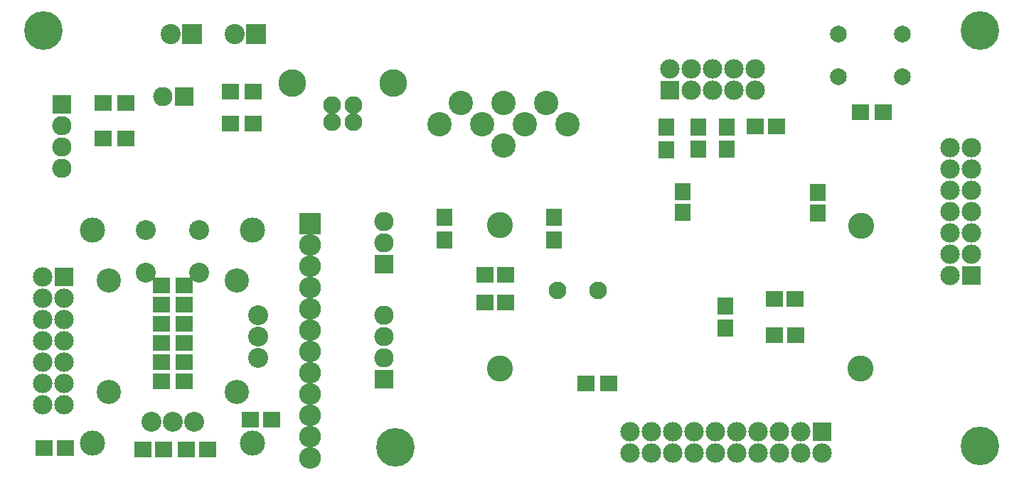
<source format=gbr>
G04 #@! TF.GenerationSoftware,KiCad,Pcbnew,5.0.0-fee4fd1~66~ubuntu18.04.1*
G04 #@! TF.CreationDate,2018-10-11T22:40:23+02:00*
G04 #@! TF.ProjectId,midi-v2-circuit,6D6964692D76322D636972637569742E,rev?*
G04 #@! TF.SameCoordinates,Original*
G04 #@! TF.FileFunction,Soldermask,Bot*
G04 #@! TF.FilePolarity,Negative*
%FSLAX46Y46*%
G04 Gerber Fmt 4.6, Leading zero omitted, Abs format (unit mm)*
G04 Created by KiCad (PCBNEW 5.0.0-fee4fd1~66~ubuntu18.04.1) date Thu Oct 11 22:40:23 2018*
%MOMM*%
%LPD*%
G01*
G04 APERTURE LIST*
%ADD10C,3.100000*%
%ADD11C,2.378000*%
%ADD12C,2.886000*%
%ADD13C,4.600000*%
%ADD14C,3.000000*%
%ADD15C,1.997000*%
%ADD16R,1.850000X2.100000*%
%ADD17R,2.100000X1.850000*%
%ADD18R,2.327200X2.327200*%
%ADD19O,2.327200X2.327200*%
%ADD20O,2.598980X2.598980*%
%ADD21R,2.598980X2.598980*%
%ADD22R,2.300000X2.300000*%
%ADD23O,2.300000X2.300000*%
%ADD24C,2.100000*%
%ADD25R,1.900000X2.100000*%
%ADD26R,2.100000X1.900000*%
%ADD27R,2.400000X2.400000*%
%ADD28C,2.400000*%
%ADD29C,2.120000*%
%ADD30C,3.300000*%
%ADD31C,2.900000*%
G04 APERTURE END LIST*
D10*
G04 #@! TO.C,REF\002A\002A*
X179006500Y-81295500D03*
G04 #@! TD*
G04 #@! TO.C,REF\002A\002A*
X178943000Y-98313500D03*
G04 #@! TD*
D11*
G04 #@! TO.C,RV1*
X100203000Y-81788000D03*
X93853000Y-81788000D03*
X100203000Y-86868000D03*
X93853000Y-86868000D03*
X99568000Y-104648000D03*
X97028000Y-104648000D03*
X94488000Y-104648000D03*
D12*
X104648000Y-87820500D03*
X104648000Y-101155500D03*
X89408000Y-101155500D03*
X89408000Y-87820500D03*
D11*
X107188000Y-91948000D03*
X107188000Y-94488000D03*
X107188000Y-97028000D03*
G04 #@! TD*
D13*
G04 #@! TO.C,REF\002A\002A*
X193167000Y-107569000D03*
G04 #@! TD*
D14*
G04 #@! TO.C,REF\002A\002A*
X87503000Y-81788000D03*
G04 #@! TD*
G04 #@! TO.C,REF\002A\002A*
X106553000Y-81788000D03*
G04 #@! TD*
G04 #@! TO.C,REF\002A\002A*
X87503000Y-107188000D03*
G04 #@! TD*
D15*
G04 #@! TO.C,SW2*
X183896000Y-58420000D03*
X183896000Y-63500000D03*
X176276000Y-58420000D03*
X176276000Y-63500000D03*
G04 #@! TD*
D13*
G04 #@! TO.C,REF\002A\002A*
X123571000Y-107772200D03*
G04 #@! TD*
G04 #@! TO.C,REF\002A\002A*
X81661000Y-58039000D03*
G04 #@! TD*
G04 #@! TO.C,REF\002A\002A*
X193167000Y-58039000D03*
G04 #@! TD*
D16*
G04 #@! TO.C,C6*
X173863000Y-79799500D03*
X173863000Y-77299500D03*
G04 #@! TD*
D17*
G04 #@! TO.C,C10*
X108768200Y-104419400D03*
X106268200Y-104419400D03*
G04 #@! TD*
G04 #@! TO.C,C9*
X98673600Y-107950000D03*
X101173600Y-107950000D03*
G04 #@! TD*
G04 #@! TO.C,C11*
X84206400Y-107848400D03*
X81706400Y-107848400D03*
G04 #@! TD*
G04 #@! TO.C,C8*
X95972000Y-107975400D03*
X93472000Y-107975400D03*
G04 #@! TD*
D18*
G04 #@! TO.C,CON1*
X84074000Y-87376000D03*
D19*
X81534000Y-87376000D03*
X84074000Y-89916000D03*
X81534000Y-89916000D03*
X84074000Y-92456000D03*
X81534000Y-92456000D03*
X84074000Y-94996000D03*
X81534000Y-94996000D03*
X84074000Y-97536000D03*
X81534000Y-97536000D03*
X84074000Y-100076000D03*
X81534000Y-100076000D03*
X84074000Y-102616000D03*
X81534000Y-102616000D03*
G04 #@! TD*
D20*
G04 #@! TO.C,J1*
X113411000Y-88646000D03*
D21*
X113411000Y-81026000D03*
D20*
X113411000Y-83566000D03*
X113411000Y-86106000D03*
X113411000Y-91186000D03*
X113411000Y-93726000D03*
X113411000Y-96266000D03*
X113411000Y-98806000D03*
X113411000Y-101346000D03*
X113411000Y-103886000D03*
X113411000Y-106426000D03*
X113411000Y-108966000D03*
G04 #@! TD*
D16*
G04 #@! TO.C,C4*
X157734000Y-77236000D03*
X157734000Y-79736000D03*
G04 #@! TD*
D22*
G04 #@! TO.C,J7*
X122174000Y-99568000D03*
D23*
X122174000Y-97028000D03*
X122174000Y-94488000D03*
X122174000Y-91948000D03*
G04 #@! TD*
D17*
G04 #@! TO.C,C1*
X136660920Y-87201033D03*
X134160920Y-87201033D03*
G04 #@! TD*
G04 #@! TO.C,C2*
X136660920Y-90503033D03*
X134160920Y-90503033D03*
G04 #@! TD*
D24*
G04 #@! TO.C,Y1*
X147701000Y-89001600D03*
X142801000Y-89001600D03*
G04 #@! TD*
D25*
G04 #@! TO.C,R5*
X142443200Y-80311000D03*
X142443200Y-83011000D03*
G04 #@! TD*
G04 #@! TO.C,R4*
X129362200Y-83011000D03*
X129362200Y-80311000D03*
G04 #@! TD*
D26*
G04 #@! TO.C,R8*
X106582200Y-65354200D03*
X103882200Y-65354200D03*
G04 #@! TD*
G04 #@! TO.C,R9*
X106582200Y-69164200D03*
X103882200Y-69164200D03*
G04 #@! TD*
D22*
G04 #@! TO.C,J8*
X122174000Y-85852000D03*
D23*
X122174000Y-83312000D03*
X122174000Y-80772000D03*
G04 #@! TD*
D22*
G04 #@! TO.C,J9*
X98425000Y-65913000D03*
D23*
X95885000Y-65913000D03*
G04 #@! TD*
D27*
G04 #@! TO.C,D1*
X106934000Y-58420000D03*
D28*
X104394000Y-58420000D03*
G04 #@! TD*
D27*
G04 #@! TO.C,D2*
X99314000Y-58420000D03*
D28*
X96774000Y-58420000D03*
G04 #@! TD*
D29*
G04 #@! TO.C,J6*
X118522000Y-68962000D03*
X115982000Y-68962000D03*
X115982000Y-66962000D03*
X118522000Y-66962000D03*
D30*
X123252000Y-64262000D03*
X111252000Y-64262000D03*
G04 #@! TD*
D31*
G04 #@! TO.C,J3*
X136398000Y-71755000D03*
X141478000Y-66675000D03*
X136398000Y-66675000D03*
X138938000Y-69215000D03*
X144018000Y-69215000D03*
X131318000Y-66675000D03*
X133858000Y-69215000D03*
X128778000Y-69215000D03*
G04 #@! TD*
D18*
G04 #@! TO.C,CON2*
X156210000Y-65151000D03*
D19*
X156210000Y-62611000D03*
X158750000Y-65151000D03*
X158750000Y-62611000D03*
X161290000Y-65151000D03*
X161290000Y-62611000D03*
X163830000Y-65151000D03*
X163830000Y-62611000D03*
X166370000Y-65151000D03*
X166370000Y-62611000D03*
G04 #@! TD*
D26*
G04 #@! TO.C,R1*
X181639200Y-67767200D03*
X178939200Y-67767200D03*
G04 #@! TD*
D17*
G04 #@! TO.C,C5*
X168890000Y-69469000D03*
X166390000Y-69469000D03*
G04 #@! TD*
D26*
G04 #@! TO.C,R2*
X91473000Y-66675000D03*
X88773000Y-66675000D03*
G04 #@! TD*
G04 #@! TO.C,R3*
X88773000Y-70866000D03*
X91473000Y-70866000D03*
G04 #@! TD*
D22*
G04 #@! TO.C,J2*
X83820000Y-66802000D03*
D23*
X83820000Y-69342000D03*
X83820000Y-71882000D03*
X83820000Y-74422000D03*
G04 #@! TD*
D17*
G04 #@! TO.C,C3*
X168656000Y-90043000D03*
X171156000Y-90043000D03*
G04 #@! TD*
G04 #@! TO.C,C7*
X168676000Y-94361000D03*
X171176000Y-94361000D03*
G04 #@! TD*
D18*
G04 #@! TO.C,CON3*
X192151000Y-87249000D03*
D19*
X189611000Y-87249000D03*
X192151000Y-84709000D03*
X189611000Y-84709000D03*
X192151000Y-82169000D03*
X189611000Y-82169000D03*
X192151000Y-79629000D03*
X189611000Y-79629000D03*
X192151000Y-77089000D03*
X189611000Y-77089000D03*
X192151000Y-74549000D03*
X189611000Y-74549000D03*
X192151000Y-72009000D03*
X189611000Y-72009000D03*
G04 #@! TD*
D18*
G04 #@! TO.C,J4*
X174371000Y-105886000D03*
D19*
X174371000Y-108426000D03*
X171831000Y-105886000D03*
X171831000Y-108426000D03*
X169291000Y-105886000D03*
X169291000Y-108426000D03*
X166751000Y-105886000D03*
X166751000Y-108426000D03*
X164211000Y-105886000D03*
X164211000Y-108426000D03*
X161671000Y-105886000D03*
X161671000Y-108426000D03*
X159131000Y-105886000D03*
X159131000Y-108426000D03*
X156591000Y-105886000D03*
X156591000Y-108426000D03*
X154051000Y-105886000D03*
X154051000Y-108426000D03*
X151511000Y-105886000D03*
X151511000Y-108426000D03*
G04 #@! TD*
D10*
G04 #@! TO.C,REF\002A\002A*
X135953500Y-81232000D03*
G04 #@! TD*
G04 #@! TO.C,REF\002A\002A*
X135953500Y-98313500D03*
G04 #@! TD*
D26*
G04 #@! TO.C,R6*
X98378000Y-99822000D03*
X95678000Y-99822000D03*
G04 #@! TD*
G04 #@! TO.C,R7*
X98378000Y-97536000D03*
X95678000Y-97536000D03*
G04 #@! TD*
G04 #@! TO.C,R10*
X98378000Y-95250000D03*
X95678000Y-95250000D03*
G04 #@! TD*
G04 #@! TO.C,R11*
X98378000Y-92964000D03*
X95678000Y-92964000D03*
G04 #@! TD*
G04 #@! TO.C,R12*
X98378000Y-90678000D03*
X95678000Y-90678000D03*
G04 #@! TD*
G04 #@! TO.C,R13*
X98378000Y-88392000D03*
X95678000Y-88392000D03*
G04 #@! TD*
D14*
G04 #@! TO.C,REF\002A\002A*
X106553000Y-107188000D03*
G04 #@! TD*
D25*
G04 #@! TO.C,L1*
X162814000Y-90852000D03*
X162814000Y-93552000D03*
G04 #@! TD*
D26*
G04 #@! TO.C,R14*
X148924000Y-100101400D03*
X146224000Y-100101400D03*
G04 #@! TD*
D25*
G04 #@! TO.C,R15*
X155829000Y-69579500D03*
X155829000Y-72279500D03*
G04 #@! TD*
G04 #@! TO.C,R16*
X163004500Y-72216000D03*
X163004500Y-69516000D03*
G04 #@! TD*
G04 #@! TO.C,R17*
X159575500Y-69516000D03*
X159575500Y-72216000D03*
G04 #@! TD*
M02*

</source>
